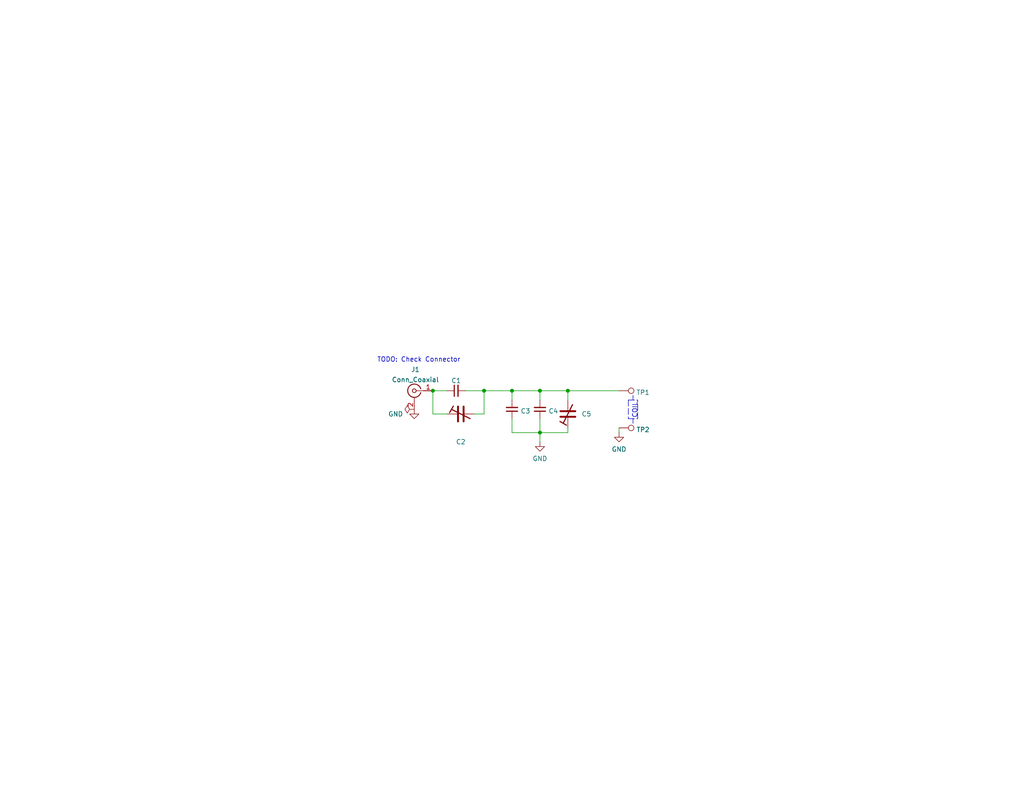
<source format=kicad_sch>
(kicad_sch (version 20211123) (generator eeschema)
  (paper "USLetter")
  (title_block (title "Probe") (date "2022-03-26") (rev "1") (comment 1 "Designed by Hans Gaensbauer"))
  (lib_symbols
    (symbol "Connector:Conn_Coaxial" (pin_names (offset 1.016) hide)
      (property "Reference" "J" (at 0.254 3.048 0))
      (property "Value" "Conn_Coaxial" (at 2.921 0 90))
      (symbol "Conn_Coaxial_0_1"
        (arc (start -1.778 -0.508) (mid 0.222 -1.808) (end 1.778 0) (stroke (width 0.254)))
        (polyline (pts (xy -2.54 0) (xy -0.508 0)))
        (polyline (pts (xy 0 -2.54) (xy 0 -1.778)))
        (circle (center 0 0) (radius 0.508) (stroke (width 0.2032)))
        (arc (start 1.778 0) (mid 0.222 1.8083) (end -1.778 0.508) (stroke (width 0.254)))
      )
      (symbol "Conn_Coaxial_1_1"
        (pin passive line (at -5.08 0 0) (length 2.54) (name "In") (number "1"))
        (pin passive line (at 0 -5.08 90) (length 2.54) (name "Ext") (number "2"))
      )
    )
    (symbol "Connector:TestPoint" (pin_numbers hide) (pin_names (offset 0.762) hide)
      (property "Reference" "TP" (at 0 6.858 0))
      (property "Value" "TestPoint" (at 0 5.08 0))
      (symbol "TestPoint_0_1"
        (circle (center 0 3.302) (radius 0.762))
      )
      (symbol "TestPoint_1_1"
        (pin passive line (at 0 0 90) (length 2.54) (name "1") (number "1"))
      )
    )
    (symbol "Device:C_Small" (pin_numbers hide) (pin_names (offset 0.254) hide)
      (property "Reference" "C" (at 0.254 1.778 0))
      (property "Value" "C_Small" (at 0.254 -2.032 0))
      (symbol "C_Small_0_1"
        (polyline (pts (xy -1.524 -0.508) (xy 1.524 -0.508)) (stroke (width 0.3302)))
        (polyline (pts (xy -1.524 0.508) (xy 1.524 0.508)) (stroke (width 0.3048)))
      )
      (symbol "C_Small_1_1"
        (pin passive line (at 0 2.54 270) (length 2.032) (name "~") (number "1"))
        (pin passive line (at 0 -2.54 90) (length 2.032) (name "~") (number "2"))
      )
    )
    (symbol "Device:C_Trim" (pin_numbers hide) (pin_names (offset 0.254) hide)
      (property "Reference" "C" (at 1.524 -2.032 0))
      (property "Value" "C_Trim" (at 3.048 -3.556 0))
      (symbol "C_Trim_0_1"
        (polyline (pts (xy -2.032 -0.762) (xy 2.032 -0.762)) (stroke (width 0.508)))
        (polyline (pts (xy -2.032 0.762) (xy 2.032 0.762)) (stroke (width 0.508)))
        (polyline (pts (xy 1.27 2.54) (xy -1.27 -2.54)) (stroke (width 0.3048)))
        (polyline (pts (xy 1.27 2.54) (xy 0.381 3.048)) (stroke (width 0.3048)))
        (polyline (pts (xy 1.27 2.54) (xy 2.159 2.032)) (stroke (width 0.3048)))
      )
      (symbol "C_Trim_1_1"
        (pin passive line (at 0 3.81 270) (length 3.048) (name "~") (number "1"))
        (pin passive line (at 0 -3.81 90) (length 3.048) (name "~") (number "2"))
      )
    )
    (symbol "power:GND" (power) (pin_names (offset 0))
      (property "Value" "GND" (at 0 -3.81 0))
      (symbol "GND_0_1"
        (polyline (pts (xy 0 0) (xy 0 -1.27) (xy 1.27 -1.27) (xy 0 -2.54) (xy -1.27 -1.27) (xy 0 -1.27)))
      )
      (symbol "GND_1_1"
        (pin power_in line (at 0 0 270) (length 0) hide (name "GND") (number "1"))
      )
    )
    (symbol "power:PWR_FLAG" (power) (pin_numbers hide) (pin_names (offset 0) hide)
      (property "Value" "PWR_FLAG" (at 0 3.81 0))
      (symbol "PWR_FLAG_0_0"
        (pin power_out line (at 0 0 90) (length 0) (name "pwr") (number "1"))
      )
      (symbol "PWR_FLAG_0_1"
        (polyline (pts (xy 0 0) (xy 0 1.27) (xy -1.016 1.905) (xy 0 2.54) (xy 1.016 1.905) (xy 0 1.27)))
      )
    )
  )
  (junction (at 139.7 106.68))
  (junction (at 147.32 118.11))
  (junction (at 118.11 106.68))
  (junction (at 132.08 106.68))
  (junction (at 154.94 106.68))
  (junction (at 147.32 106.68))
  (wire (pts (xy 139.7 106.68) (xy 139.7 109.22)))
  (polyline (pts (xy 171.45 114.3) (xy 173.99 114.3)))
  (wire (pts (xy 168.91 116.84) (xy 168.91 118.11)))
  (wire (pts (xy 118.11 106.68) (xy 118.11 113.03)))
  (polyline (pts (xy 172.72 114.3) (xy 172.72 115.57)))
  (wire (pts (xy 132.08 106.68) (xy 139.7 106.68)))
  (wire (pts (xy 147.32 118.11) (xy 154.94 118.11)))
  (wire (pts (xy 147.32 114.3) (xy 147.32 118.11)))
  (wire (pts (xy 127 106.68) (xy 132.08 106.68)))
  (wire (pts (xy 147.32 106.68) (xy 147.32 109.22)))
  (wire (pts (xy 132.08 113.03) (xy 129.54 113.03)))
  (wire (pts (xy 139.7 118.11) (xy 147.32 118.11)))
  (wire (pts (xy 132.08 106.68) (xy 132.08 113.03)))
  (polyline (pts (xy 172.72 107.95) (xy 172.72 109.22)))
  (wire (pts (xy 139.7 114.3) (xy 139.7 118.11)))
  (wire (pts (xy 154.94 106.68) (xy 168.91 106.68)))
  (wire (pts (xy 147.32 106.68) (xy 154.94 106.68)))
  (wire (pts (xy 139.7 106.68) (xy 147.32 106.68)))
  (polyline (pts (xy 173.99 114.3) (xy 173.99 109.22)))
  (wire (pts (xy 147.32 118.11) (xy 147.32 120.65)))
  (wire (pts (xy 118.11 106.68) (xy 121.92 106.68)))
  (polyline (pts (xy 171.45 109.22) (xy 171.45 114.3)))
  (wire (pts (xy 154.94 118.11) (xy 154.94 116.84)))
  (polyline (pts (xy 171.45 109.22) (xy 173.99 109.22)))
  (wire (pts (xy 154.94 106.68) (xy 154.94 109.22)))
  (wire (pts (xy 118.11 113.03) (xy 121.92 113.03)))
  (text "TODO: Check Connector" (at 102.87 99.06 0) (effects (font (size 1.27 1.27)) (justify left bottom)))
  (text "COIL" (at 173.99 114.3 90) (effects (font (size 1.27 1.27)) (justify left bottom)))
  (symbol (lib_id "power:GND") (at 147.32 120.65 0) (unit 1)
    (property "Reference" "#PWR02" (effects hide))
    (property "Value" "GND" (at 147.32 125.2125 0))
  )
  (symbol (lib_id "Device:C_Small") (at 147.32 111.76 180) (unit 1)
    (property "Reference" "C4" (at 149.6441 112.2326 0) (effects (justify right)))
    (property "Value" "C_Small" (effects hide))
    (property "Footprint" "Capacitor_SMD:C_0805_2012Metric" (effects hide))
  )
  (symbol (lib_id "Device:C_Trim") (at 154.94 113.03 180) (unit 1)
    (property "Reference" "C5" (at 160.02 113.03 0))
    (property "Value" "C_Trim" (effects hide))
    (property "Footprint" "Capacitor_SMD:C_Trimmer_Sprague-Goodman_SGC3" (effects hide))
  )
  (symbol (lib_id "Device:C_Small") (at 124.46 106.68 90) (unit 1)
    (property "Reference" "C1" (at 124.4663 103.9264 90))
    (property "Value" "C_Small" (effects hide))
    (property "Footprint" "Capacitor_SMD:C_0805_2012Metric" (effects hide))
  )
  (symbol (lib_id "power:GND") (at 168.91 118.11 0) (unit 1)
    (property "Reference" "#PWR03" (effects hide))
    (property "Value" "GND" (at 168.91 122.6725 0))
  )
  (symbol (lib_id "Connector:Conn_Coaxial") (at 113.03 106.68 0) (mirror y) (unit 1)
    (property "Reference" "J1" (at 113.3474 100.8869 0))
    (property "Value" "Conn_Coaxial" (at 113.3474 103.662 0))
    (property "Footprint" "Connector_Coaxial:MMCX_Molex_73415-0961_Horizontal_1.0mm-PCB" (effects hide))
    (property "Datasheet" " ~" (effects hide))
  )
  (symbol (lib_id "power:PWR_FLAG") (at 113.03 111.76 90) (unit 1)
    (property "Reference" "#FLG0101" (effects hide))
    (property "Value" "PWR_FLAG" (effects hide))
  )
  (symbol (lib_id "Connector:TestPoint") (at 168.91 116.84 270) (unit 1)
    (property "Reference" "TP2" (at 173.609 117.319 90) (effects (justify left)))
    (property "Value" "TestPoint" (effects hide))
    (property "Footprint" "TestPoint:TestPoint_Pad_2.0x2.0mm" (effects hide))
  )
  (symbol (lib_id "Device:C_Trim") (at 125.73 113.03 90) (unit 1)
    (property "Reference" "C2" (at 125.73 120.65 90))
    (property "Value" "C_Trim" (effects hide))
    (property "Footprint" "Capacitor_SMD:C_Trimmer_Sprague-Goodman_SGC3" (effects hide))
  )
  (symbol (lib_id "power:GND") (at 113.03 111.76 0) (unit 1)
    (property "Reference" "#PWR01" (effects hide))
    (property "Value" "GND" (at 107.95 113.03 0))
  )
  (symbol (lib_id "Device:C_Small") (at 139.7 111.76 180) (unit 1)
    (property "Reference" "C3" (at 142.0241 112.2326 0) (effects (justify right)))
    (property "Value" "C_Small" (effects hide))
    (property "Footprint" "Capacitor_SMD:C_0805_2012Metric" (effects hide))
  )
  (symbol (lib_id "Connector:TestPoint") (at 168.91 106.68 270) (unit 1)
    (property "Reference" "TP1" (at 173.609 107.159 90) (effects (justify left)))
    (property "Value" "TestPoint" (effects hide))
    (property "Footprint" "TestPoint:TestPoint_Pad_2.0x2.0mm" (effects hide))
  )
)
</source>
